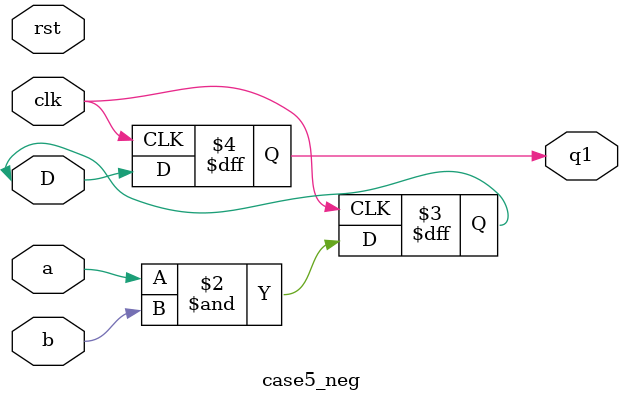
<source format=v>

module case5_neg(a,b,D, clk, rst, q1);

input D,clk, rst,a,b;
output q1;
reg q1;

always @(posedge clk)
begin
	D <= a&b;
	q1 <= D;
end

endmodule

</source>
